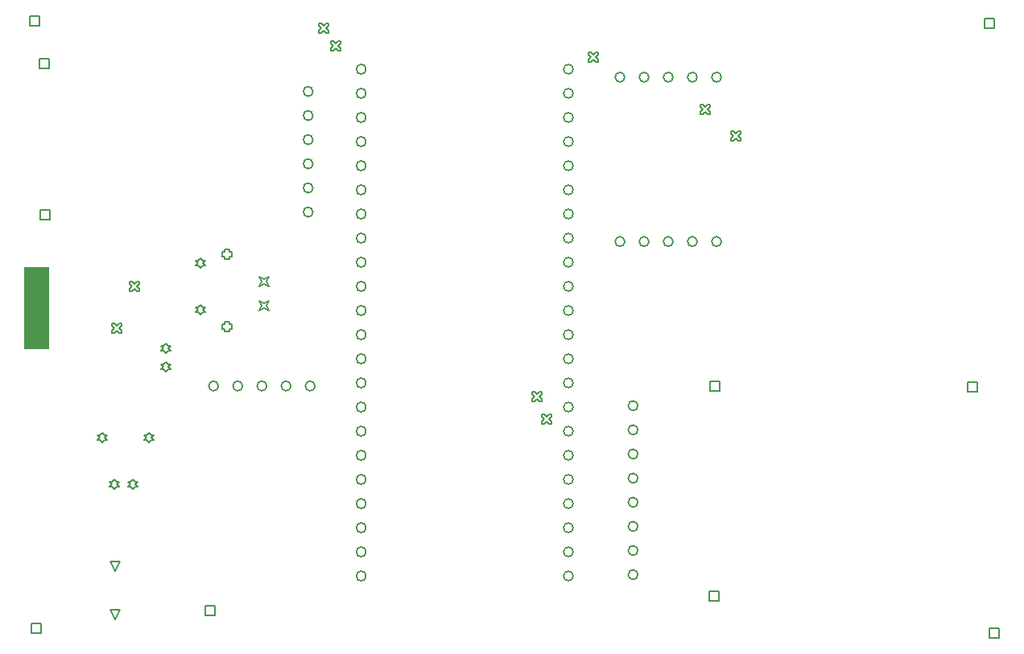
<source format=gbr>
G04*
G04 #@! TF.GenerationSoftware,Altium Limited,Altium Designer,22.4.2 (48)*
G04*
G04 Layer_Color=2752767*
%FSLAX25Y25*%
%MOIN*%
G70*
G04*
G04 #@! TF.SameCoordinates,35F994A0-CBEB-4DCB-B987-FA79AE394E82*
G04*
G04*
G04 #@! TF.FilePolarity,Positive*
G04*
G01*
G75*
%ADD13C,0.00500*%
%ADD40C,0.00667*%
G36*
X278296Y259842D02*
X288633D01*
Y225984D01*
X287846D01*
X278296D01*
Y259842D01*
D02*
G37*
D13*
X280677Y359811D02*
Y363811D01*
X284677D01*
Y359811D01*
X280677D01*
X677921Y106268D02*
Y110268D01*
X681921D01*
Y106268D01*
X677921D01*
X668866Y208236D02*
Y212236D01*
X672866D01*
Y208236D01*
X668866D01*
X561779Y121622D02*
Y125622D01*
X565779D01*
Y121622D01*
X561779D01*
X562173Y208630D02*
Y212630D01*
X566173D01*
Y208630D01*
X562173D01*
X315774Y114059D02*
X313774Y118059D01*
X317774D01*
X315774Y114059D01*
Y133744D02*
X313774Y137744D01*
X317774D01*
X315774Y133744D01*
X675953Y359024D02*
Y363024D01*
X679953D01*
Y359024D01*
X675953D01*
X337008Y224378D02*
X338008Y225378D01*
X339008D01*
X338008Y226378D01*
X339008Y227378D01*
X338008D01*
X337008Y228378D01*
X336008Y227378D01*
X335008D01*
X336008Y226378D01*
X335008Y225378D01*
X336008D01*
X337008Y224378D01*
Y216504D02*
X338008Y217504D01*
X339008D01*
X338008Y218504D01*
X339008Y219504D01*
X338008D01*
X337008Y220504D01*
X336008Y219504D01*
X335008D01*
X336008Y218504D01*
X335008Y217504D01*
X336008D01*
X337008Y216504D01*
X315381Y167996D02*
X316381Y168996D01*
X317381D01*
X316381Y169996D01*
X317381Y170996D01*
X316381D01*
X315381Y171996D01*
X314381Y170996D01*
X313381D01*
X314381Y169996D01*
X313381Y168996D01*
X314381D01*
X315381Y167996D01*
X323255D02*
X324255Y168996D01*
X325255D01*
X324255Y169996D01*
X325255Y170996D01*
X324255D01*
X323255Y171996D01*
X322255Y170996D01*
X321255D01*
X322255Y169996D01*
X321255Y168996D01*
X322255D01*
X323255Y167996D01*
X310656Y187287D02*
X311656Y188287D01*
X312656D01*
X311656Y189287D01*
X312656Y190287D01*
X311656D01*
X310656Y191287D01*
X309656Y190287D01*
X308656D01*
X309656Y189287D01*
X308656Y188287D01*
X309656D01*
X310656Y187287D01*
X329947D02*
X330947Y188287D01*
X331947D01*
X330947Y189287D01*
X331947Y190287D01*
X330947D01*
X329947Y191287D01*
X328947Y190287D01*
X327947D01*
X328947Y189287D01*
X327947Y188287D01*
X328947D01*
X329947Y187287D01*
X351181Y240126D02*
X352181Y241126D01*
X353181D01*
X352181Y242126D01*
X353181Y243126D01*
X352181D01*
X351181Y244126D01*
X350181Y243126D01*
X349181D01*
X350181Y242126D01*
X349181Y241126D01*
X350181D01*
X351181Y240126D01*
Y259417D02*
X352181Y260417D01*
X353181D01*
X352181Y261417D01*
X353181Y262417D01*
X352181D01*
X351181Y263417D01*
X350181Y262417D01*
X349181D01*
X350181Y261417D01*
X349181Y260417D01*
X350181D01*
X351181Y259417D01*
X375559Y251819D02*
X376559Y253819D01*
X375559Y255819D01*
X377559Y254819D01*
X379559Y255819D01*
X378559Y253819D01*
X379559Y251819D01*
X377559Y252819D01*
X375559Y251819D01*
Y241819D02*
X376559Y243819D01*
X375559Y245819D01*
X377559Y244819D01*
X379559Y245819D01*
X378559Y243819D01*
X379559Y241819D01*
X377559Y242819D01*
X375559Y241819D01*
X361205Y234394D02*
Y233394D01*
X363205D01*
Y234394D01*
X364205D01*
Y236394D01*
X363205D01*
Y237394D01*
X361205D01*
Y236394D01*
X360205D01*
Y234394D01*
X361205D01*
Y264394D02*
Y263394D01*
X363205D01*
Y264394D01*
X364205D01*
Y266394D01*
X363205D01*
Y267394D01*
X361205D01*
Y266394D01*
X360205D01*
Y264394D01*
X361205D01*
X281071Y108236D02*
Y112236D01*
X285071D01*
Y108236D01*
X281071D01*
X285008Y279496D02*
Y283496D01*
X289008D01*
Y279496D01*
X285008D01*
X284614Y342094D02*
Y346094D01*
X288614D01*
Y342094D01*
X284614D01*
X353118Y115618D02*
Y119618D01*
X357118D01*
Y115618D01*
X353118D01*
X511779Y344850D02*
X512780D01*
X513779Y345850D01*
X514780Y344850D01*
X515779D01*
Y345850D01*
X514780Y346850D01*
X515779Y347850D01*
Y348850D01*
X514780D01*
X513779Y347850D01*
X512780Y348850D01*
X511779D01*
Y347850D01*
X512780Y346850D01*
X511779Y345850D01*
Y344850D01*
X570835Y312173D02*
X571835D01*
X572835Y313173D01*
X573835Y312173D01*
X574835D01*
Y313173D01*
X573835Y314173D01*
X574835Y315173D01*
Y316173D01*
X573835D01*
X572835Y315173D01*
X571835Y316173D01*
X570835D01*
Y315173D01*
X571835Y314173D01*
X570835Y313173D01*
Y312173D01*
X558236Y323197D02*
X559236D01*
X560236Y324197D01*
X561236Y323197D01*
X562236D01*
Y324197D01*
X561236Y325197D01*
X562236Y326197D01*
Y327197D01*
X561236D01*
X560236Y326197D01*
X559236Y327197D01*
X558236D01*
Y326197D01*
X559236Y325197D01*
X558236Y324197D01*
Y323197D01*
X405362Y349575D02*
X406362D01*
X407362Y350575D01*
X408362Y349575D01*
X409362D01*
Y350575D01*
X408362Y351575D01*
X409362Y352575D01*
Y353575D01*
X408362D01*
X407362Y352575D01*
X406362Y353575D01*
X405362D01*
Y352575D01*
X406362Y351575D01*
X405362Y350575D01*
Y349575D01*
X400362Y357055D02*
X401362D01*
X402362Y358055D01*
X403362Y357055D01*
X404362D01*
Y358055D01*
X403362Y359055D01*
X404362Y360055D01*
Y361055D01*
X403362D01*
X402362Y360055D01*
X401362Y361055D01*
X400362D01*
Y360055D01*
X401362Y359055D01*
X400362Y358055D01*
Y357055D01*
X322016Y249969D02*
X323016D01*
X324016Y250969D01*
X325016Y249969D01*
X326016D01*
Y250969D01*
X325016Y251969D01*
X326016Y252969D01*
Y253969D01*
X325016D01*
X324016Y252969D01*
X323016Y253969D01*
X322016D01*
Y252969D01*
X323016Y251969D01*
X322016Y250969D01*
Y249969D01*
X492488Y194850D02*
X493488D01*
X494488Y195850D01*
X495488Y194850D01*
X496488D01*
Y195850D01*
X495488Y196850D01*
X496488Y197850D01*
Y198850D01*
X495488D01*
X494488Y197850D01*
X493488Y198850D01*
X492488D01*
Y197850D01*
X493488Y196850D01*
X492488Y195850D01*
Y194850D01*
X488551Y204299D02*
X489551D01*
X490551Y205299D01*
X491551Y204299D01*
X492551D01*
Y205299D01*
X491551Y206299D01*
X492551Y207299D01*
Y208299D01*
X491551D01*
X490551Y207299D01*
X489551Y208299D01*
X488551D01*
Y207299D01*
X489551Y206299D01*
X488551Y205299D01*
Y204299D01*
X314535Y232646D02*
X315535D01*
X316535Y233646D01*
X317535Y232646D01*
X318535D01*
Y233646D01*
X317535Y234646D01*
X318535Y235646D01*
Y236646D01*
X317535D01*
X316535Y235646D01*
X315535Y236646D01*
X314535D01*
Y235646D01*
X315535Y234646D01*
X314535Y233646D01*
Y232646D01*
D40*
X505543Y131890D02*
G03*
X505543Y131890I-2000J0D01*
G01*
Y141890D02*
G03*
X505543Y141890I-2000J0D01*
G01*
Y151890D02*
G03*
X505543Y151890I-2000J0D01*
G01*
Y161890D02*
G03*
X505543Y161890I-2000J0D01*
G01*
Y171890D02*
G03*
X505543Y171890I-2000J0D01*
G01*
Y181890D02*
G03*
X505543Y181890I-2000J0D01*
G01*
Y191890D02*
G03*
X505543Y191890I-2000J0D01*
G01*
Y201890D02*
G03*
X505543Y201890I-2000J0D01*
G01*
Y211890D02*
G03*
X505543Y211890I-2000J0D01*
G01*
Y221890D02*
G03*
X505543Y221890I-2000J0D01*
G01*
Y231890D02*
G03*
X505543Y231890I-2000J0D01*
G01*
Y241890D02*
G03*
X505543Y241890I-2000J0D01*
G01*
Y251890D02*
G03*
X505543Y251890I-2000J0D01*
G01*
Y261890D02*
G03*
X505543Y261890I-2000J0D01*
G01*
Y271890D02*
G03*
X505543Y271890I-2000J0D01*
G01*
Y281890D02*
G03*
X505543Y281890I-2000J0D01*
G01*
Y291890D02*
G03*
X505543Y291890I-2000J0D01*
G01*
Y301890D02*
G03*
X505543Y301890I-2000J0D01*
G01*
Y311890D02*
G03*
X505543Y311890I-2000J0D01*
G01*
Y321890D02*
G03*
X505543Y321890I-2000J0D01*
G01*
Y331890D02*
G03*
X505543Y331890I-2000J0D01*
G01*
Y341890D02*
G03*
X505543Y341890I-2000J0D01*
G01*
X566882Y338583D02*
G03*
X566882Y338583I-2000J0D01*
G01*
X556882D02*
G03*
X556882Y338583I-2000J0D01*
G01*
X546882D02*
G03*
X546882Y338583I-2000J0D01*
G01*
X536882D02*
G03*
X536882Y338583I-2000J0D01*
G01*
X526882D02*
G03*
X526882Y338583I-2000J0D01*
G01*
Y270472D02*
G03*
X526882Y270472I-2000J0D01*
G01*
X536882D02*
G03*
X536882Y270472I-2000J0D01*
G01*
X546882D02*
G03*
X546882Y270472I-2000J0D01*
G01*
X556882D02*
G03*
X556882Y270472I-2000J0D01*
G01*
X566882D02*
G03*
X566882Y270472I-2000J0D01*
G01*
X532315Y202441D02*
G03*
X532315Y202441I-2000J0D01*
G01*
Y192441D02*
G03*
X532315Y192441I-2000J0D01*
G01*
Y182441D02*
G03*
X532315Y182441I-2000J0D01*
G01*
Y172441D02*
G03*
X532315Y172441I-2000J0D01*
G01*
Y162441D02*
G03*
X532315Y162441I-2000J0D01*
G01*
Y152441D02*
G03*
X532315Y152441I-2000J0D01*
G01*
Y142441D02*
G03*
X532315Y142441I-2000J0D01*
G01*
Y132441D02*
G03*
X532315Y132441I-2000J0D01*
G01*
X398614Y210630D02*
G03*
X398614Y210630I-2000J0D01*
G01*
X388614D02*
G03*
X388614Y210630I-2000J0D01*
G01*
X378614D02*
G03*
X378614Y210630I-2000J0D01*
G01*
X368614D02*
G03*
X368614Y210630I-2000J0D01*
G01*
X358614D02*
G03*
X358614Y210630I-2000J0D01*
G01*
X419717Y341890D02*
G03*
X419717Y341890I-2000J0D01*
G01*
Y331890D02*
G03*
X419717Y331890I-2000J0D01*
G01*
Y321890D02*
G03*
X419717Y321890I-2000J0D01*
G01*
Y311890D02*
G03*
X419717Y311890I-2000J0D01*
G01*
Y301890D02*
G03*
X419717Y301890I-2000J0D01*
G01*
Y291890D02*
G03*
X419717Y291890I-2000J0D01*
G01*
Y281890D02*
G03*
X419717Y281890I-2000J0D01*
G01*
Y271890D02*
G03*
X419717Y271890I-2000J0D01*
G01*
Y261890D02*
G03*
X419717Y261890I-2000J0D01*
G01*
Y251890D02*
G03*
X419717Y251890I-2000J0D01*
G01*
Y241890D02*
G03*
X419717Y241890I-2000J0D01*
G01*
Y231890D02*
G03*
X419717Y231890I-2000J0D01*
G01*
Y221890D02*
G03*
X419717Y221890I-2000J0D01*
G01*
Y211890D02*
G03*
X419717Y211890I-2000J0D01*
G01*
Y201890D02*
G03*
X419717Y201890I-2000J0D01*
G01*
Y191890D02*
G03*
X419717Y191890I-2000J0D01*
G01*
Y181890D02*
G03*
X419717Y181890I-2000J0D01*
G01*
Y171890D02*
G03*
X419717Y171890I-2000J0D01*
G01*
Y161890D02*
G03*
X419717Y161890I-2000J0D01*
G01*
Y151890D02*
G03*
X419717Y151890I-2000J0D01*
G01*
Y141890D02*
G03*
X419717Y141890I-2000J0D01*
G01*
Y131890D02*
G03*
X419717Y131890I-2000J0D01*
G01*
X397768Y282697D02*
G03*
X397768Y282697I-2000J0D01*
G01*
Y292697D02*
G03*
X397768Y292697I-2000J0D01*
G01*
Y302697D02*
G03*
X397768Y302697I-2000J0D01*
G01*
Y312697D02*
G03*
X397768Y312697I-2000J0D01*
G01*
Y322697D02*
G03*
X397768Y322697I-2000J0D01*
G01*
Y332697D02*
G03*
X397768Y332697I-2000J0D01*
G01*
M02*

</source>
